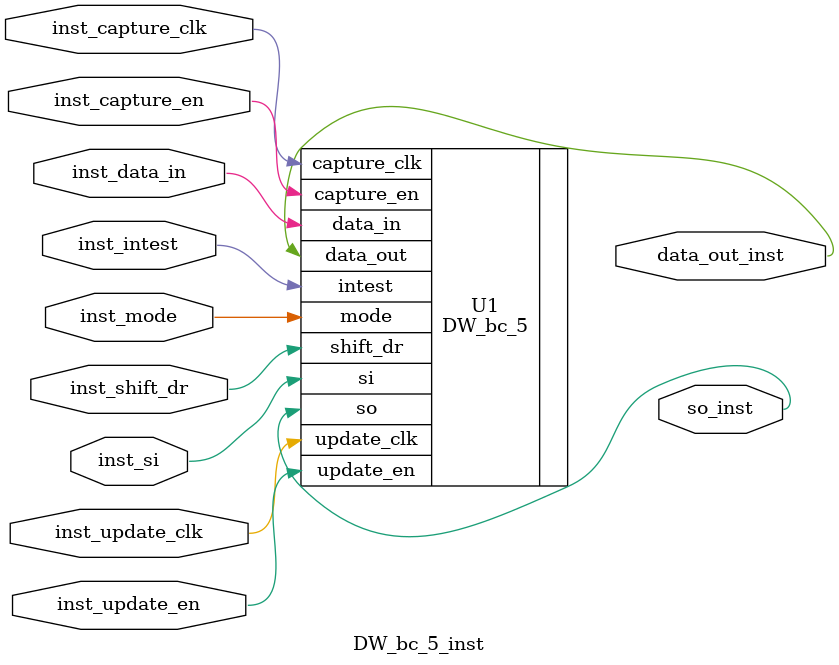
<source format=v>
module DW_bc_5_inst(inst_capture_clk, inst_update_clk, inst_capture_en,
                    inst_update_en, inst_shift_dr, inst_mode, inst_intest,
                    inst_si, inst_data_in, data_out_inst, so_inst );

  input inst_capture_clk;
  input inst_update_clk;
  input inst_capture_en;
  input inst_update_en;
  input inst_shift_dr;
  input inst_mode;
  input inst_intest;
  input inst_si;
  input inst_data_in;
  output data_out_inst;
  output so_inst;

  // Instance of DW_bc_5
  DW_bc_5 
    U1 (.capture_clk(inst_capture_clk),   .update_clk(inst_update_clk),
        .capture_en(inst_capture_en),   .update_en(inst_update_en),
        .shift_dr(inst_shift_dr),   .mode(inst_mode),
        .intest(inst_intest),   .si(inst_si),   .data_in(inst_data_in),
        .data_out(data_out_inst),   .so(so_inst) );
endmodule


</source>
